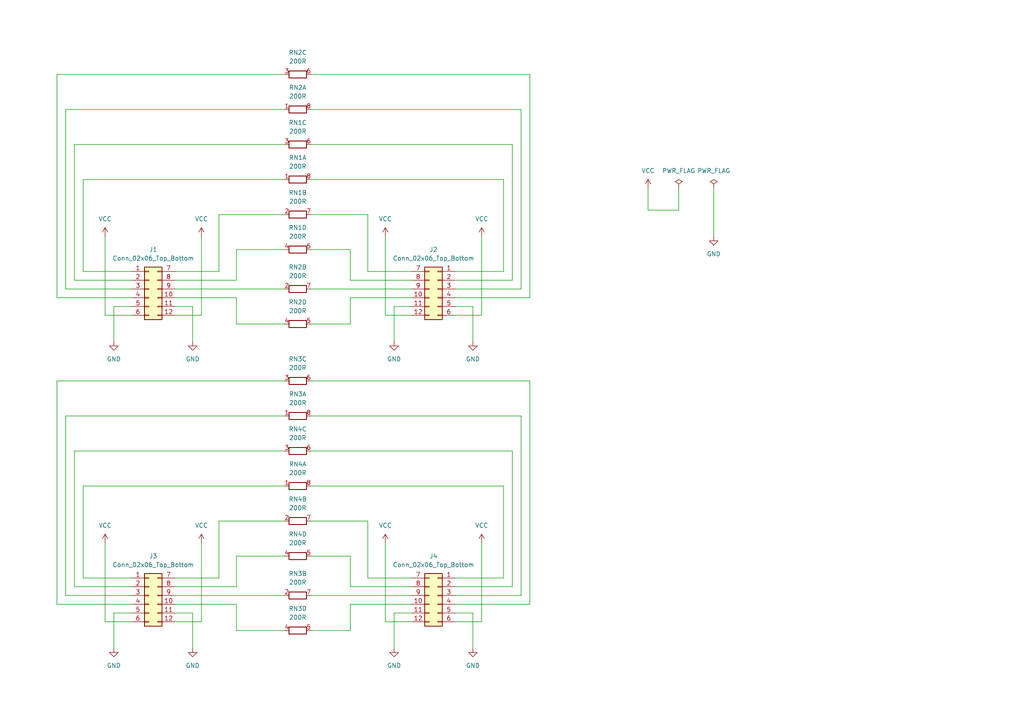
<source format=kicad_sch>
(kicad_sch (version 20211123) (generator eeschema)

  (uuid e9de1193-cbc9-4f63-9137-d1a34bf1c3a1)

  (paper "A4")

  (title_block
    (title "PMOD series resistor board")
    (date "2022-12-20")
    (rev "V1.0")
    (company "https://github.com/atoomnetmarc/PMOD-series-resistor-board")
  )

  (lib_symbols
    (symbol "Connector_Generic:Conn_02x06_Top_Bottom" (pin_names (offset 1.016) hide) (in_bom yes) (on_board yes)
      (property "Reference" "J" (id 0) (at 1.27 7.62 0)
        (effects (font (size 1.27 1.27)))
      )
      (property "Value" "Conn_02x06_Top_Bottom" (id 1) (at 1.27 -10.16 0)
        (effects (font (size 1.27 1.27)))
      )
      (property "Footprint" "" (id 2) (at 0 0 0)
        (effects (font (size 1.27 1.27)) hide)
      )
      (property "Datasheet" "~" (id 3) (at 0 0 0)
        (effects (font (size 1.27 1.27)) hide)
      )
      (property "ki_keywords" "connector" (id 4) (at 0 0 0)
        (effects (font (size 1.27 1.27)) hide)
      )
      (property "ki_description" "Generic connector, double row, 02x06, top/bottom pin numbering scheme (row 1: 1...pins_per_row, row2: pins_per_row+1 ... num_pins), script generated (kicad-library-utils/schlib/autogen/connector/)" (id 5) (at 0 0 0)
        (effects (font (size 1.27 1.27)) hide)
      )
      (property "ki_fp_filters" "Connector*:*_2x??_*" (id 6) (at 0 0 0)
        (effects (font (size 1.27 1.27)) hide)
      )
      (symbol "Conn_02x06_Top_Bottom_1_1"
        (rectangle (start -1.27 -7.493) (end 0 -7.747)
          (stroke (width 0.1524) (type default) (color 0 0 0 0))
          (fill (type none))
        )
        (rectangle (start -1.27 -4.953) (end 0 -5.207)
          (stroke (width 0.1524) (type default) (color 0 0 0 0))
          (fill (type none))
        )
        (rectangle (start -1.27 -2.413) (end 0 -2.667)
          (stroke (width 0.1524) (type default) (color 0 0 0 0))
          (fill (type none))
        )
        (rectangle (start -1.27 0.127) (end 0 -0.127)
          (stroke (width 0.1524) (type default) (color 0 0 0 0))
          (fill (type none))
        )
        (rectangle (start -1.27 2.667) (end 0 2.413)
          (stroke (width 0.1524) (type default) (color 0 0 0 0))
          (fill (type none))
        )
        (rectangle (start -1.27 5.207) (end 0 4.953)
          (stroke (width 0.1524) (type default) (color 0 0 0 0))
          (fill (type none))
        )
        (rectangle (start -1.27 6.35) (end 3.81 -8.89)
          (stroke (width 0.254) (type default) (color 0 0 0 0))
          (fill (type background))
        )
        (rectangle (start 3.81 -7.493) (end 2.54 -7.747)
          (stroke (width 0.1524) (type default) (color 0 0 0 0))
          (fill (type none))
        )
        (rectangle (start 3.81 -4.953) (end 2.54 -5.207)
          (stroke (width 0.1524) (type default) (color 0 0 0 0))
          (fill (type none))
        )
        (rectangle (start 3.81 -2.413) (end 2.54 -2.667)
          (stroke (width 0.1524) (type default) (color 0 0 0 0))
          (fill (type none))
        )
        (rectangle (start 3.81 0.127) (end 2.54 -0.127)
          (stroke (width 0.1524) (type default) (color 0 0 0 0))
          (fill (type none))
        )
        (rectangle (start 3.81 2.667) (end 2.54 2.413)
          (stroke (width 0.1524) (type default) (color 0 0 0 0))
          (fill (type none))
        )
        (rectangle (start 3.81 5.207) (end 2.54 4.953)
          (stroke (width 0.1524) (type default) (color 0 0 0 0))
          (fill (type none))
        )
        (pin passive line (at -5.08 5.08 0) (length 3.81)
          (name "Pin_1" (effects (font (size 1.27 1.27))))
          (number "1" (effects (font (size 1.27 1.27))))
        )
        (pin passive line (at 7.62 -2.54 180) (length 3.81)
          (name "Pin_10" (effects (font (size 1.27 1.27))))
          (number "10" (effects (font (size 1.27 1.27))))
        )
        (pin passive line (at 7.62 -5.08 180) (length 3.81)
          (name "Pin_11" (effects (font (size 1.27 1.27))))
          (number "11" (effects (font (size 1.27 1.27))))
        )
        (pin passive line (at 7.62 -7.62 180) (length 3.81)
          (name "Pin_12" (effects (font (size 1.27 1.27))))
          (number "12" (effects (font (size 1.27 1.27))))
        )
        (pin passive line (at -5.08 2.54 0) (length 3.81)
          (name "Pin_2" (effects (font (size 1.27 1.27))))
          (number "2" (effects (font (size 1.27 1.27))))
        )
        (pin passive line (at -5.08 0 0) (length 3.81)
          (name "Pin_3" (effects (font (size 1.27 1.27))))
          (number "3" (effects (font (size 1.27 1.27))))
        )
        (pin passive line (at -5.08 -2.54 0) (length 3.81)
          (name "Pin_4" (effects (font (size 1.27 1.27))))
          (number "4" (effects (font (size 1.27 1.27))))
        )
        (pin passive line (at -5.08 -5.08 0) (length 3.81)
          (name "Pin_5" (effects (font (size 1.27 1.27))))
          (number "5" (effects (font (size 1.27 1.27))))
        )
        (pin passive line (at -5.08 -7.62 0) (length 3.81)
          (name "Pin_6" (effects (font (size 1.27 1.27))))
          (number "6" (effects (font (size 1.27 1.27))))
        )
        (pin passive line (at 7.62 5.08 180) (length 3.81)
          (name "Pin_7" (effects (font (size 1.27 1.27))))
          (number "7" (effects (font (size 1.27 1.27))))
        )
        (pin passive line (at 7.62 2.54 180) (length 3.81)
          (name "Pin_8" (effects (font (size 1.27 1.27))))
          (number "8" (effects (font (size 1.27 1.27))))
        )
        (pin passive line (at 7.62 0 180) (length 3.81)
          (name "Pin_9" (effects (font (size 1.27 1.27))))
          (number "9" (effects (font (size 1.27 1.27))))
        )
      )
    )
    (symbol "Device:R_Pack04_Split" (pin_names (offset 0) hide) (in_bom yes) (on_board yes)
      (property "Reference" "RN" (id 0) (at 2.032 0 90)
        (effects (font (size 1.27 1.27)))
      )
      (property "Value" "R_Pack04_Split" (id 1) (at 0 0 90)
        (effects (font (size 1.27 1.27)))
      )
      (property "Footprint" "" (id 2) (at -2.032 0 90)
        (effects (font (size 1.27 1.27)) hide)
      )
      (property "Datasheet" "~" (id 3) (at 0 0 0)
        (effects (font (size 1.27 1.27)) hide)
      )
      (property "ki_keywords" "R network parallel topology isolated" (id 4) (at 0 0 0)
        (effects (font (size 1.27 1.27)) hide)
      )
      (property "ki_description" "4 resistor network, parallel topology, split" (id 5) (at 0 0 0)
        (effects (font (size 1.27 1.27)) hide)
      )
      (property "ki_fp_filters" "DIP* SOIC* R*Array*Concave* R*Array*Convex*" (id 6) (at 0 0 0)
        (effects (font (size 1.27 1.27)) hide)
      )
      (symbol "R_Pack04_Split_0_1"
        (rectangle (start 1.016 2.54) (end -1.016 -2.54)
          (stroke (width 0.254) (type default) (color 0 0 0 0))
          (fill (type none))
        )
      )
      (symbol "R_Pack04_Split_1_1"
        (pin passive line (at 0 -3.81 90) (length 1.27)
          (name "R1.1" (effects (font (size 1.27 1.27))))
          (number "1" (effects (font (size 1.27 1.27))))
        )
        (pin passive line (at 0 3.81 270) (length 1.27)
          (name "R1.2" (effects (font (size 1.27 1.27))))
          (number "8" (effects (font (size 1.27 1.27))))
        )
      )
      (symbol "R_Pack04_Split_2_1"
        (pin passive line (at 0 -3.81 90) (length 1.27)
          (name "R2.1" (effects (font (size 1.27 1.27))))
          (number "2" (effects (font (size 1.27 1.27))))
        )
        (pin passive line (at 0 3.81 270) (length 1.27)
          (name "R2.2" (effects (font (size 1.27 1.27))))
          (number "7" (effects (font (size 1.27 1.27))))
        )
      )
      (symbol "R_Pack04_Split_3_1"
        (pin passive line (at 0 -3.81 90) (length 1.27)
          (name "R3.1" (effects (font (size 1.27 1.27))))
          (number "3" (effects (font (size 1.27 1.27))))
        )
        (pin passive line (at 0 3.81 270) (length 1.27)
          (name "R3.2" (effects (font (size 1.27 1.27))))
          (number "6" (effects (font (size 1.27 1.27))))
        )
      )
      (symbol "R_Pack04_Split_4_1"
        (pin passive line (at 0 -3.81 90) (length 1.27)
          (name "R4.1" (effects (font (size 1.27 1.27))))
          (number "4" (effects (font (size 1.27 1.27))))
        )
        (pin passive line (at 0 3.81 270) (length 1.27)
          (name "R4.2" (effects (font (size 1.27 1.27))))
          (number "5" (effects (font (size 1.27 1.27))))
        )
      )
    )
    (symbol "power:GND" (power) (pin_names (offset 0)) (in_bom yes) (on_board yes)
      (property "Reference" "#PWR" (id 0) (at 0 -6.35 0)
        (effects (font (size 1.27 1.27)) hide)
      )
      (property "Value" "GND" (id 1) (at 0 -3.81 0)
        (effects (font (size 1.27 1.27)))
      )
      (property "Footprint" "" (id 2) (at 0 0 0)
        (effects (font (size 1.27 1.27)) hide)
      )
      (property "Datasheet" "" (id 3) (at 0 0 0)
        (effects (font (size 1.27 1.27)) hide)
      )
      (property "ki_keywords" "power-flag" (id 4) (at 0 0 0)
        (effects (font (size 1.27 1.27)) hide)
      )
      (property "ki_description" "Power symbol creates a global label with name \"GND\" , ground" (id 5) (at 0 0 0)
        (effects (font (size 1.27 1.27)) hide)
      )
      (symbol "GND_0_1"
        (polyline
          (pts
            (xy 0 0)
            (xy 0 -1.27)
            (xy 1.27 -1.27)
            (xy 0 -2.54)
            (xy -1.27 -1.27)
            (xy 0 -1.27)
          )
          (stroke (width 0) (type default) (color 0 0 0 0))
          (fill (type none))
        )
      )
      (symbol "GND_1_1"
        (pin power_in line (at 0 0 270) (length 0) hide
          (name "GND" (effects (font (size 1.27 1.27))))
          (number "1" (effects (font (size 1.27 1.27))))
        )
      )
    )
    (symbol "power:PWR_FLAG" (power) (pin_numbers hide) (pin_names (offset 0) hide) (in_bom yes) (on_board yes)
      (property "Reference" "#FLG" (id 0) (at 0 1.905 0)
        (effects (font (size 1.27 1.27)) hide)
      )
      (property "Value" "PWR_FLAG" (id 1) (at 0 3.81 0)
        (effects (font (size 1.27 1.27)))
      )
      (property "Footprint" "" (id 2) (at 0 0 0)
        (effects (font (size 1.27 1.27)) hide)
      )
      (property "Datasheet" "~" (id 3) (at 0 0 0)
        (effects (font (size 1.27 1.27)) hide)
      )
      (property "ki_keywords" "power-flag" (id 4) (at 0 0 0)
        (effects (font (size 1.27 1.27)) hide)
      )
      (property "ki_description" "Special symbol for telling ERC where power comes from" (id 5) (at 0 0 0)
        (effects (font (size 1.27 1.27)) hide)
      )
      (symbol "PWR_FLAG_0_0"
        (pin power_out line (at 0 0 90) (length 0)
          (name "pwr" (effects (font (size 1.27 1.27))))
          (number "1" (effects (font (size 1.27 1.27))))
        )
      )
      (symbol "PWR_FLAG_0_1"
        (polyline
          (pts
            (xy 0 0)
            (xy 0 1.27)
            (xy -1.016 1.905)
            (xy 0 2.54)
            (xy 1.016 1.905)
            (xy 0 1.27)
          )
          (stroke (width 0) (type default) (color 0 0 0 0))
          (fill (type none))
        )
      )
    )
    (symbol "power:VCC" (power) (pin_names (offset 0)) (in_bom yes) (on_board yes)
      (property "Reference" "#PWR" (id 0) (at 0 -3.81 0)
        (effects (font (size 1.27 1.27)) hide)
      )
      (property "Value" "VCC" (id 1) (at 0 3.81 0)
        (effects (font (size 1.27 1.27)))
      )
      (property "Footprint" "" (id 2) (at 0 0 0)
        (effects (font (size 1.27 1.27)) hide)
      )
      (property "Datasheet" "" (id 3) (at 0 0 0)
        (effects (font (size 1.27 1.27)) hide)
      )
      (property "ki_keywords" "power-flag" (id 4) (at 0 0 0)
        (effects (font (size 1.27 1.27)) hide)
      )
      (property "ki_description" "Power symbol creates a global label with name \"VCC\"" (id 5) (at 0 0 0)
        (effects (font (size 1.27 1.27)) hide)
      )
      (symbol "VCC_0_1"
        (polyline
          (pts
            (xy -0.762 1.27)
            (xy 0 2.54)
          )
          (stroke (width 0) (type default) (color 0 0 0 0))
          (fill (type none))
        )
        (polyline
          (pts
            (xy 0 0)
            (xy 0 2.54)
          )
          (stroke (width 0) (type default) (color 0 0 0 0))
          (fill (type none))
        )
        (polyline
          (pts
            (xy 0 2.54)
            (xy 0.762 1.27)
          )
          (stroke (width 0) (type default) (color 0 0 0 0))
          (fill (type none))
        )
      )
      (symbol "VCC_1_1"
        (pin power_in line (at 0 0 90) (length 0) hide
          (name "VCC" (effects (font (size 1.27 1.27))))
          (number "1" (effects (font (size 1.27 1.27))))
        )
      )
    )
  )


  (wire (pts (xy 21.59 41.91) (xy 21.59 81.28))
    (stroke (width 0) (type default) (color 0 0 0 0))
    (uuid 002a6e81-5123-47c9-b593-94068d5f8896)
  )
  (wire (pts (xy 101.6 93.98) (xy 90.17 93.98))
    (stroke (width 0) (type default) (color 0 0 0 0))
    (uuid 00e21f3e-372b-46ea-ab81-4ecea0575be5)
  )
  (wire (pts (xy 148.59 130.81) (xy 90.17 130.81))
    (stroke (width 0) (type default) (color 0 0 0 0))
    (uuid 029bc3b2-72ca-4cd8-b925-1d7b1c67aa4e)
  )
  (wire (pts (xy 119.38 180.34) (xy 111.76 180.34))
    (stroke (width 0) (type default) (color 0 0 0 0))
    (uuid 039aca1e-5d3d-46f5-9632-6974815e2a0d)
  )
  (wire (pts (xy 101.6 86.36) (xy 119.38 86.36))
    (stroke (width 0) (type default) (color 0 0 0 0))
    (uuid 04ffb478-9fa6-42f1-893c-a91122c50fbe)
  )
  (wire (pts (xy 101.6 175.26) (xy 119.38 175.26))
    (stroke (width 0) (type default) (color 0 0 0 0))
    (uuid 062fe210-a900-4489-ac1d-243ada45af13)
  )
  (wire (pts (xy 68.58 86.36) (xy 68.58 93.98))
    (stroke (width 0) (type default) (color 0 0 0 0))
    (uuid 0bea7835-156b-4cfe-b49a-7ca973b93225)
  )
  (wire (pts (xy 101.6 170.18) (xy 119.38 170.18))
    (stroke (width 0) (type default) (color 0 0 0 0))
    (uuid 12638b5b-0c11-42cc-aeae-d7a606238378)
  )
  (wire (pts (xy 24.13 52.07) (xy 24.13 78.74))
    (stroke (width 0) (type default) (color 0 0 0 0))
    (uuid 162ea0c4-f58b-4a94-81fa-93acc8d74563)
  )
  (wire (pts (xy 30.48 180.34) (xy 30.48 157.48))
    (stroke (width 0) (type default) (color 0 0 0 0))
    (uuid 16e0876a-1dd9-4930-b906-8691b7522d9c)
  )
  (wire (pts (xy 106.68 151.13) (xy 106.68 167.64))
    (stroke (width 0) (type default) (color 0 0 0 0))
    (uuid 171695de-243e-4028-b47d-f9b65bb3127c)
  )
  (wire (pts (xy 30.48 180.34) (xy 38.1 180.34))
    (stroke (width 0) (type default) (color 0 0 0 0))
    (uuid 1b7573c6-6f41-4fb0-93aa-e192e970ccc2)
  )
  (wire (pts (xy 207.01 54.61) (xy 207.01 68.58))
    (stroke (width 0) (type default) (color 0 0 0 0))
    (uuid 1c279429-0c38-4de7-821b-b6dba9722724)
  )
  (wire (pts (xy 132.08 175.26) (xy 153.67 175.26))
    (stroke (width 0) (type default) (color 0 0 0 0))
    (uuid 1d128aa1-3ea1-4902-969e-124f98405513)
  )
  (wire (pts (xy 16.51 86.36) (xy 38.1 86.36))
    (stroke (width 0) (type default) (color 0 0 0 0))
    (uuid 1dc5936c-65df-4f7a-8d1d-656502bc8149)
  )
  (wire (pts (xy 63.5 151.13) (xy 63.5 167.64))
    (stroke (width 0) (type default) (color 0 0 0 0))
    (uuid 1f509a26-8057-423d-93d2-7b13e951868c)
  )
  (wire (pts (xy 30.48 91.44) (xy 30.48 68.58))
    (stroke (width 0) (type default) (color 0 0 0 0))
    (uuid 1fe44d6c-9aa3-48bf-9d42-c0fbbfeb386a)
  )
  (wire (pts (xy 101.6 175.26) (xy 101.6 182.88))
    (stroke (width 0) (type default) (color 0 0 0 0))
    (uuid 204dc68a-cbe7-4c83-b669-de46ff0d0531)
  )
  (wire (pts (xy 82.55 52.07) (xy 24.13 52.07))
    (stroke (width 0) (type default) (color 0 0 0 0))
    (uuid 23a644dd-1e16-4dc1-abab-422591512902)
  )
  (wire (pts (xy 132.08 86.36) (xy 153.67 86.36))
    (stroke (width 0) (type default) (color 0 0 0 0))
    (uuid 281806af-cb80-4a8a-90f5-e56c27f5ce56)
  )
  (wire (pts (xy 101.6 182.88) (xy 90.17 182.88))
    (stroke (width 0) (type default) (color 0 0 0 0))
    (uuid 2bddd0f0-29fa-44a4-92e9-d71317a8d0e1)
  )
  (wire (pts (xy 153.67 110.49) (xy 153.67 175.26))
    (stroke (width 0) (type default) (color 0 0 0 0))
    (uuid 2d051bdb-cc21-4d55-a507-c5a144cb5e73)
  )
  (wire (pts (xy 132.08 170.18) (xy 148.59 170.18))
    (stroke (width 0) (type default) (color 0 0 0 0))
    (uuid 2ecb5387-5cce-4ad6-99b0-cf09619f79c3)
  )
  (wire (pts (xy 90.17 31.75) (xy 151.13 31.75))
    (stroke (width 0) (type default) (color 0 0 0 0))
    (uuid 3115f24c-73a1-4bd7-af7b-8817aa2b5f39)
  )
  (wire (pts (xy 119.38 177.8) (xy 114.3 177.8))
    (stroke (width 0) (type default) (color 0 0 0 0))
    (uuid 376ad446-0050-4cd2-a035-529824bc80fd)
  )
  (wire (pts (xy 146.05 78.74) (xy 146.05 52.07))
    (stroke (width 0) (type default) (color 0 0 0 0))
    (uuid 392e4b25-da1e-49b3-ac12-5d3da8134d3c)
  )
  (wire (pts (xy 55.88 88.9) (xy 55.88 99.06))
    (stroke (width 0) (type default) (color 0 0 0 0))
    (uuid 39b7eaed-7b6a-4e8e-b585-ecc4bcc7d38d)
  )
  (wire (pts (xy 50.8 81.28) (xy 68.58 81.28))
    (stroke (width 0) (type default) (color 0 0 0 0))
    (uuid 402b2773-16a6-4be2-a013-fa461da47425)
  )
  (wire (pts (xy 106.68 167.64) (xy 119.38 167.64))
    (stroke (width 0) (type default) (color 0 0 0 0))
    (uuid 4919dc55-5c7c-4f3d-996e-c4dca51e9946)
  )
  (wire (pts (xy 82.55 62.23) (xy 63.5 62.23))
    (stroke (width 0) (type default) (color 0 0 0 0))
    (uuid 4c2605bb-df78-4c3c-aacd-00e23a440fdc)
  )
  (wire (pts (xy 90.17 161.29) (xy 101.6 161.29))
    (stroke (width 0) (type default) (color 0 0 0 0))
    (uuid 4cfb4bd4-90ed-423e-bf94-a5f04b5e0d6f)
  )
  (wire (pts (xy 146.05 52.07) (xy 90.17 52.07))
    (stroke (width 0) (type default) (color 0 0 0 0))
    (uuid 4efbc3d0-1de1-4122-be99-f39b3f0d0fcd)
  )
  (wire (pts (xy 58.42 91.44) (xy 58.42 68.58))
    (stroke (width 0) (type default) (color 0 0 0 0))
    (uuid 4fef74a9-6c6f-4ffd-aab1-ca34178c6653)
  )
  (wire (pts (xy 33.02 177.8) (xy 38.1 177.8))
    (stroke (width 0) (type default) (color 0 0 0 0))
    (uuid 5273d241-770f-48aa-a719-088035d85d3c)
  )
  (wire (pts (xy 132.08 81.28) (xy 148.59 81.28))
    (stroke (width 0) (type default) (color 0 0 0 0))
    (uuid 558a73b8-721f-4e0e-9011-73e3968f67e0)
  )
  (wire (pts (xy 187.96 60.96) (xy 196.85 60.96))
    (stroke (width 0) (type default) (color 0 0 0 0))
    (uuid 5703a3ad-9097-460d-b7e5-ec9ed1ef335c)
  )
  (wire (pts (xy 106.68 78.74) (xy 119.38 78.74))
    (stroke (width 0) (type default) (color 0 0 0 0))
    (uuid 582501a0-ae2d-471b-b68d-61e03cad0a69)
  )
  (wire (pts (xy 132.08 83.82) (xy 151.13 83.82))
    (stroke (width 0) (type default) (color 0 0 0 0))
    (uuid 59537b8f-ae65-476b-b0e5-be7812d8b836)
  )
  (wire (pts (xy 30.48 91.44) (xy 38.1 91.44))
    (stroke (width 0) (type default) (color 0 0 0 0))
    (uuid 5f85ec17-bf65-4621-aa1c-16aa5e72c2d2)
  )
  (wire (pts (xy 19.05 83.82) (xy 38.1 83.82))
    (stroke (width 0) (type default) (color 0 0 0 0))
    (uuid 605c7b1e-b1e7-4d79-b94a-554360e661c5)
  )
  (wire (pts (xy 111.76 91.44) (xy 111.76 68.58))
    (stroke (width 0) (type default) (color 0 0 0 0))
    (uuid 63d43c5b-1714-4976-93bc-72995250764d)
  )
  (wire (pts (xy 50.8 177.8) (xy 55.88 177.8))
    (stroke (width 0) (type default) (color 0 0 0 0))
    (uuid 64a22b33-c194-4120-b689-2749465d3c14)
  )
  (wire (pts (xy 24.13 78.74) (xy 38.1 78.74))
    (stroke (width 0) (type default) (color 0 0 0 0))
    (uuid 6690657e-2162-426c-8011-25c3032d9489)
  )
  (wire (pts (xy 82.55 130.81) (xy 21.59 130.81))
    (stroke (width 0) (type default) (color 0 0 0 0))
    (uuid 68ee2f26-31a2-4777-b73f-a14f5c314f5d)
  )
  (wire (pts (xy 90.17 120.65) (xy 151.13 120.65))
    (stroke (width 0) (type default) (color 0 0 0 0))
    (uuid 6d3a404d-6ec3-44d2-8558-9d3596ee3d8f)
  )
  (wire (pts (xy 21.59 130.81) (xy 21.59 170.18))
    (stroke (width 0) (type default) (color 0 0 0 0))
    (uuid 6d7a0d29-9f66-4a15-a210-d42c13cad305)
  )
  (wire (pts (xy 196.85 54.61) (xy 196.85 60.96))
    (stroke (width 0) (type default) (color 0 0 0 0))
    (uuid 6e24e4ef-ce5d-444c-9d6c-5e0676a3dcd6)
  )
  (wire (pts (xy 50.8 180.34) (xy 58.42 180.34))
    (stroke (width 0) (type default) (color 0 0 0 0))
    (uuid 6f49c39e-05d5-4897-889d-23ccd0df70fc)
  )
  (wire (pts (xy 90.17 21.59) (xy 153.67 21.59))
    (stroke (width 0) (type default) (color 0 0 0 0))
    (uuid 72f79c94-55d2-441e-ace0-07680fb94306)
  )
  (wire (pts (xy 139.7 180.34) (xy 139.7 157.48))
    (stroke (width 0) (type default) (color 0 0 0 0))
    (uuid 73520415-2eba-4985-855d-9129f4701caa)
  )
  (wire (pts (xy 139.7 180.34) (xy 132.08 180.34))
    (stroke (width 0) (type default) (color 0 0 0 0))
    (uuid 759c4cc0-179d-4681-b9f0-8c36afcf85a3)
  )
  (wire (pts (xy 151.13 31.75) (xy 151.13 83.82))
    (stroke (width 0) (type default) (color 0 0 0 0))
    (uuid 760c683d-46cc-4586-b726-571d153e84a2)
  )
  (wire (pts (xy 68.58 72.39) (xy 82.55 72.39))
    (stroke (width 0) (type default) (color 0 0 0 0))
    (uuid 760e606d-42d3-485d-a607-8bcbbcb586f5)
  )
  (wire (pts (xy 90.17 83.82) (xy 119.38 83.82))
    (stroke (width 0) (type default) (color 0 0 0 0))
    (uuid 7656c3e0-49ac-46d3-90c1-001bf846423c)
  )
  (wire (pts (xy 50.8 91.44) (xy 58.42 91.44))
    (stroke (width 0) (type default) (color 0 0 0 0))
    (uuid 79c958b9-fcbb-4345-958c-c7c8f6e81738)
  )
  (wire (pts (xy 33.02 88.9) (xy 38.1 88.9))
    (stroke (width 0) (type default) (color 0 0 0 0))
    (uuid 7ad50841-27a9-4b05-8487-19d726785785)
  )
  (wire (pts (xy 68.58 182.88) (xy 82.55 182.88))
    (stroke (width 0) (type default) (color 0 0 0 0))
    (uuid 83130dbf-9c92-42bb-b871-47585d2e3bcf)
  )
  (wire (pts (xy 146.05 167.64) (xy 146.05 140.97))
    (stroke (width 0) (type default) (color 0 0 0 0))
    (uuid 8736d841-0b5b-4bdb-92b9-4fe52db3e086)
  )
  (wire (pts (xy 82.55 151.13) (xy 63.5 151.13))
    (stroke (width 0) (type default) (color 0 0 0 0))
    (uuid 8aaca20e-15a3-4116-8f48-2c7a91d29ddb)
  )
  (wire (pts (xy 50.8 86.36) (xy 68.58 86.36))
    (stroke (width 0) (type default) (color 0 0 0 0))
    (uuid 8d56235c-15ce-4062-b25d-70f742c883a1)
  )
  (wire (pts (xy 19.05 31.75) (xy 82.55 31.75))
    (stroke (width 0) (type default) (color 0 0 0 0))
    (uuid 9291c481-97aa-4f69-b49a-67b7a18d92fb)
  )
  (wire (pts (xy 21.59 170.18) (xy 38.1 170.18))
    (stroke (width 0) (type default) (color 0 0 0 0))
    (uuid 9382bab8-a0c7-44ac-9775-757fe98ead00)
  )
  (wire (pts (xy 19.05 120.65) (xy 82.55 120.65))
    (stroke (width 0) (type default) (color 0 0 0 0))
    (uuid 93ae04a4-2d86-4c16-a058-1d5eb8b8ac43)
  )
  (wire (pts (xy 106.68 62.23) (xy 106.68 78.74))
    (stroke (width 0) (type default) (color 0 0 0 0))
    (uuid 96ebfaa6-21c4-4d8e-b333-9197d6db8c9e)
  )
  (wire (pts (xy 16.51 175.26) (xy 16.51 110.49))
    (stroke (width 0) (type default) (color 0 0 0 0))
    (uuid 96ff4dc9-db27-474d-8d9b-6423f916f4e0)
  )
  (wire (pts (xy 148.59 41.91) (xy 90.17 41.91))
    (stroke (width 0) (type default) (color 0 0 0 0))
    (uuid 99ae9fe6-d885-4953-a128-2917fce62ded)
  )
  (wire (pts (xy 151.13 120.65) (xy 151.13 172.72))
    (stroke (width 0) (type default) (color 0 0 0 0))
    (uuid 9ab4bc6f-0995-4c31-bbba-2e6a0b509f3f)
  )
  (wire (pts (xy 137.16 88.9) (xy 132.08 88.9))
    (stroke (width 0) (type default) (color 0 0 0 0))
    (uuid 9bb2b139-0d7a-44d1-9912-fb9332b06e38)
  )
  (wire (pts (xy 63.5 78.74) (xy 50.8 78.74))
    (stroke (width 0) (type default) (color 0 0 0 0))
    (uuid 9e04a111-2a14-4cca-9f23-7c901714c829)
  )
  (wire (pts (xy 19.05 172.72) (xy 19.05 120.65))
    (stroke (width 0) (type default) (color 0 0 0 0))
    (uuid 9fd6114e-0faf-4418-9d74-36a921ce86ce)
  )
  (wire (pts (xy 68.58 161.29) (xy 82.55 161.29))
    (stroke (width 0) (type default) (color 0 0 0 0))
    (uuid a03ab5ab-ad08-4718-8d41-a26577039c5f)
  )
  (wire (pts (xy 90.17 151.13) (xy 106.68 151.13))
    (stroke (width 0) (type default) (color 0 0 0 0))
    (uuid a0f0e0bd-686d-4a5a-8dcb-fb9111a2a258)
  )
  (wire (pts (xy 137.16 88.9) (xy 137.16 99.06))
    (stroke (width 0) (type default) (color 0 0 0 0))
    (uuid a27eaeab-5bd3-403a-ab80-04cdf6759c5f)
  )
  (wire (pts (xy 146.05 140.97) (xy 90.17 140.97))
    (stroke (width 0) (type default) (color 0 0 0 0))
    (uuid a4726b9a-5ba1-4973-b1a6-e046ee9df0e6)
  )
  (wire (pts (xy 63.5 62.23) (xy 63.5 78.74))
    (stroke (width 0) (type default) (color 0 0 0 0))
    (uuid a481f0a0-caef-4b06-b74a-60ad8471bfb0)
  )
  (wire (pts (xy 50.8 175.26) (xy 68.58 175.26))
    (stroke (width 0) (type default) (color 0 0 0 0))
    (uuid a5166668-b58b-4960-9b8e-dfabbccc6938)
  )
  (wire (pts (xy 68.58 170.18) (xy 68.58 161.29))
    (stroke (width 0) (type default) (color 0 0 0 0))
    (uuid a8a89588-f43f-46d8-80ff-b05d7d259002)
  )
  (wire (pts (xy 101.6 161.29) (xy 101.6 170.18))
    (stroke (width 0) (type default) (color 0 0 0 0))
    (uuid a9461ea6-9d0d-4cab-a06b-0d409920ce67)
  )
  (wire (pts (xy 111.76 180.34) (xy 111.76 157.48))
    (stroke (width 0) (type default) (color 0 0 0 0))
    (uuid ac4028e7-3723-4fa4-9bc7-421aad7334f7)
  )
  (wire (pts (xy 24.13 167.64) (xy 38.1 167.64))
    (stroke (width 0) (type default) (color 0 0 0 0))
    (uuid b030e0b3-b649-4323-aafb-34622a81ad1d)
  )
  (wire (pts (xy 68.58 93.98) (xy 82.55 93.98))
    (stroke (width 0) (type default) (color 0 0 0 0))
    (uuid b172803c-18ec-4d9d-ab4b-4b08ae9514f7)
  )
  (wire (pts (xy 148.59 81.28) (xy 148.59 41.91))
    (stroke (width 0) (type default) (color 0 0 0 0))
    (uuid b2106af4-db74-4866-9aa3-2ddba5720276)
  )
  (wire (pts (xy 33.02 88.9) (xy 33.02 99.06))
    (stroke (width 0) (type default) (color 0 0 0 0))
    (uuid b2c981b0-5247-4eca-8ffe-93b82946ca8c)
  )
  (wire (pts (xy 82.55 41.91) (xy 21.59 41.91))
    (stroke (width 0) (type default) (color 0 0 0 0))
    (uuid b32033e2-40c0-43b6-8f48-326244accf07)
  )
  (wire (pts (xy 50.8 172.72) (xy 82.55 172.72))
    (stroke (width 0) (type default) (color 0 0 0 0))
    (uuid b6776327-0577-4758-ad7e-d6706f014dc0)
  )
  (wire (pts (xy 137.16 177.8) (xy 132.08 177.8))
    (stroke (width 0) (type default) (color 0 0 0 0))
    (uuid b6869e00-15b8-461c-bd27-1f776632242a)
  )
  (wire (pts (xy 137.16 177.8) (xy 137.16 187.96))
    (stroke (width 0) (type default) (color 0 0 0 0))
    (uuid baefe3b0-9dc6-4096-955e-46c4a97def2f)
  )
  (wire (pts (xy 153.67 21.59) (xy 153.67 86.36))
    (stroke (width 0) (type default) (color 0 0 0 0))
    (uuid bb199af3-92d5-45aa-94ea-4d056be6659c)
  )
  (wire (pts (xy 90.17 62.23) (xy 106.68 62.23))
    (stroke (width 0) (type default) (color 0 0 0 0))
    (uuid bc1338c8-ec26-48ec-aca2-fbad4247203f)
  )
  (wire (pts (xy 119.38 91.44) (xy 111.76 91.44))
    (stroke (width 0) (type default) (color 0 0 0 0))
    (uuid bd0b8da8-3e23-4b4b-bde2-52ef9c43876a)
  )
  (wire (pts (xy 132.08 172.72) (xy 151.13 172.72))
    (stroke (width 0) (type default) (color 0 0 0 0))
    (uuid c460a43d-16ee-408f-bc26-186eafe21d58)
  )
  (wire (pts (xy 50.8 170.18) (xy 68.58 170.18))
    (stroke (width 0) (type default) (color 0 0 0 0))
    (uuid c4c605cb-6ea7-4eaa-8902-e76250e2c174)
  )
  (wire (pts (xy 50.8 83.82) (xy 82.55 83.82))
    (stroke (width 0) (type default) (color 0 0 0 0))
    (uuid c4fdd90e-d901-41d1-b3a9-6766e5249c0e)
  )
  (wire (pts (xy 21.59 81.28) (xy 38.1 81.28))
    (stroke (width 0) (type default) (color 0 0 0 0))
    (uuid c621639c-5f5a-4d37-afba-600e2635d965)
  )
  (wire (pts (xy 90.17 110.49) (xy 153.67 110.49))
    (stroke (width 0) (type default) (color 0 0 0 0))
    (uuid c8bf4379-e569-42f3-a640-b84dbaa85041)
  )
  (wire (pts (xy 139.7 91.44) (xy 139.7 68.58))
    (stroke (width 0) (type default) (color 0 0 0 0))
    (uuid c8f8bd5c-901b-4cab-81f5-a90d7a4122b8)
  )
  (wire (pts (xy 16.51 86.36) (xy 16.51 21.59))
    (stroke (width 0) (type default) (color 0 0 0 0))
    (uuid cae919be-d568-43d6-ae66-94e5b660376b)
  )
  (wire (pts (xy 24.13 140.97) (xy 24.13 167.64))
    (stroke (width 0) (type default) (color 0 0 0 0))
    (uuid caf86f6a-83b4-4589-bf61-37a20c189cb4)
  )
  (wire (pts (xy 119.38 88.9) (xy 114.3 88.9))
    (stroke (width 0) (type default) (color 0 0 0 0))
    (uuid cd7e27f6-b94b-47dd-a515-6aa6c019595f)
  )
  (wire (pts (xy 16.51 21.59) (xy 82.55 21.59))
    (stroke (width 0) (type default) (color 0 0 0 0))
    (uuid d289edee-7ca4-413c-b016-2abafa0e3a00)
  )
  (wire (pts (xy 187.96 54.61) (xy 187.96 60.96))
    (stroke (width 0) (type default) (color 0 0 0 0))
    (uuid d3c14e04-4da1-4226-a02b-9bb387fa6520)
  )
  (wire (pts (xy 19.05 172.72) (xy 38.1 172.72))
    (stroke (width 0) (type default) (color 0 0 0 0))
    (uuid d40cd855-9a2a-445e-ba47-6e6bfddac8e8)
  )
  (wire (pts (xy 58.42 180.34) (xy 58.42 157.48))
    (stroke (width 0) (type default) (color 0 0 0 0))
    (uuid d4605db0-f92f-48ed-a00b-d54591799f65)
  )
  (wire (pts (xy 90.17 72.39) (xy 101.6 72.39))
    (stroke (width 0) (type default) (color 0 0 0 0))
    (uuid d6118441-4540-495c-a613-247c905e7df6)
  )
  (wire (pts (xy 19.05 83.82) (xy 19.05 31.75))
    (stroke (width 0) (type default) (color 0 0 0 0))
    (uuid d838de71-3868-4015-9712-b8489b6ea7d3)
  )
  (wire (pts (xy 16.51 110.49) (xy 82.55 110.49))
    (stroke (width 0) (type default) (color 0 0 0 0))
    (uuid d8991d05-cc4c-4612-8c82-dfc3ee9b24ac)
  )
  (wire (pts (xy 33.02 177.8) (xy 33.02 187.96))
    (stroke (width 0) (type default) (color 0 0 0 0))
    (uuid ddece819-7d57-4717-a242-4134c67f2020)
  )
  (wire (pts (xy 101.6 72.39) (xy 101.6 81.28))
    (stroke (width 0) (type default) (color 0 0 0 0))
    (uuid df225af9-1f20-4fb6-ad5a-2101bb542f18)
  )
  (wire (pts (xy 101.6 81.28) (xy 119.38 81.28))
    (stroke (width 0) (type default) (color 0 0 0 0))
    (uuid df8d5fb8-6182-4f56-91e7-0642f7fd4bea)
  )
  (wire (pts (xy 63.5 167.64) (xy 50.8 167.64))
    (stroke (width 0) (type default) (color 0 0 0 0))
    (uuid e1d8558a-6c4e-4419-be47-3877e4ad18e7)
  )
  (wire (pts (xy 68.58 81.28) (xy 68.58 72.39))
    (stroke (width 0) (type default) (color 0 0 0 0))
    (uuid e2d21399-817f-4656-a31f-3f3a5be2f98e)
  )
  (wire (pts (xy 82.55 140.97) (xy 24.13 140.97))
    (stroke (width 0) (type default) (color 0 0 0 0))
    (uuid e8c70b1b-4b9c-4eaf-99fa-0fd801f263e9)
  )
  (wire (pts (xy 146.05 167.64) (xy 132.08 167.64))
    (stroke (width 0) (type default) (color 0 0 0 0))
    (uuid e9566a0a-f6df-4670-baf3-e48806ee51af)
  )
  (wire (pts (xy 55.88 177.8) (xy 55.88 187.96))
    (stroke (width 0) (type default) (color 0 0 0 0))
    (uuid eb1c5219-32aa-4af9-91c8-ea067d60337b)
  )
  (wire (pts (xy 146.05 78.74) (xy 132.08 78.74))
    (stroke (width 0) (type default) (color 0 0 0 0))
    (uuid f2ce8f60-4416-42e8-804e-316553d6ba35)
  )
  (wire (pts (xy 139.7 91.44) (xy 132.08 91.44))
    (stroke (width 0) (type default) (color 0 0 0 0))
    (uuid f4025569-5fbd-4d1b-84af-3b79c2b102b3)
  )
  (wire (pts (xy 148.59 170.18) (xy 148.59 130.81))
    (stroke (width 0) (type default) (color 0 0 0 0))
    (uuid f72736c5-7091-48e6-8400-3125271f92df)
  )
  (wire (pts (xy 90.17 172.72) (xy 119.38 172.72))
    (stroke (width 0) (type default) (color 0 0 0 0))
    (uuid f7d5e45e-6486-48be-bb2e-3531b9b6f9f5)
  )
  (wire (pts (xy 114.3 88.9) (xy 114.3 99.06))
    (stroke (width 0) (type default) (color 0 0 0 0))
    (uuid f7dfcad5-0c6a-4b60-9fb2-563b919a719a)
  )
  (wire (pts (xy 16.51 175.26) (xy 38.1 175.26))
    (stroke (width 0) (type default) (color 0 0 0 0))
    (uuid f9019084-c26f-48b4-84f3-8fd103052dd3)
  )
  (wire (pts (xy 68.58 175.26) (xy 68.58 182.88))
    (stroke (width 0) (type default) (color 0 0 0 0))
    (uuid f9edd308-9732-40b2-a52c-94fdcc35af7d)
  )
  (wire (pts (xy 101.6 86.36) (xy 101.6 93.98))
    (stroke (width 0) (type default) (color 0 0 0 0))
    (uuid fa8b6dac-a998-4064-b6c0-53dbb8c6d587)
  )
  (wire (pts (xy 114.3 177.8) (xy 114.3 187.96))
    (stroke (width 0) (type default) (color 0 0 0 0))
    (uuid fb03541c-4cc3-405b-ad27-4523b4dcc859)
  )
  (wire (pts (xy 50.8 88.9) (xy 55.88 88.9))
    (stroke (width 0) (type default) (color 0 0 0 0))
    (uuid ff9ee7fc-c119-4df3-bcb5-6312dfd0f6c1)
  )

  (symbol (lib_id "power:VCC") (at 58.42 68.58 0) (unit 1)
    (in_bom yes) (on_board yes) (fields_autoplaced)
    (uuid 0ac4a5be-28e8-46c1-a750-12811c1826ea)
    (property "Reference" "#PWR04" (id 0) (at 58.42 72.39 0)
      (effects (font (size 1.27 1.27)) hide)
    )
    (property "Value" "VCC" (id 1) (at 58.42 63.5 0))
    (property "Footprint" "" (id 2) (at 58.42 68.58 0)
      (effects (font (size 1.27 1.27)) hide)
    )
    (property "Datasheet" "" (id 3) (at 58.42 68.58 0)
      (effects (font (size 1.27 1.27)) hide)
    )
    (pin "1" (uuid 234292f0-dda5-4ea6-92f0-e2284fa76a59))
  )

  (symbol (lib_id "power:PWR_FLAG") (at 207.01 54.61 0) (unit 1)
    (in_bom yes) (on_board yes) (fields_autoplaced)
    (uuid 0f094452-5b2f-4fa3-afc8-9fb5e423e373)
    (property "Reference" "#FLG0102" (id 0) (at 207.01 52.705 0)
      (effects (font (size 1.27 1.27)) hide)
    )
    (property "Value" "PWR_FLAG" (id 1) (at 207.01 49.53 0))
    (property "Footprint" "" (id 2) (at 207.01 54.61 0)
      (effects (font (size 1.27 1.27)) hide)
    )
    (property "Datasheet" "~" (id 3) (at 207.01 54.61 0)
      (effects (font (size 1.27 1.27)) hide)
    )
    (pin "1" (uuid e19c6891-3350-4ecd-895c-19a50e0b9958))
  )

  (symbol (lib_id "Connector_Generic:Conn_02x06_Top_Bottom") (at 43.18 83.82 0) (unit 1)
    (in_bom yes) (on_board yes) (fields_autoplaced)
    (uuid 19c0ff03-9ef8-46c0-877e-4e8ab9b074ef)
    (property "Reference" "J1" (id 0) (at 44.45 72.39 0))
    (property "Value" "Conn_02x06_Top_Bottom" (id 1) (at 44.45 74.93 0))
    (property "Footprint" "Connector_PinHeader_2.54mm-extra:PinHeader_2x06_P2.54mm_Horizontal_Top_Bottom" (id 2) (at 43.18 83.82 0)
      (effects (font (size 1.27 1.27)) hide)
    )
    (property "Datasheet" "~" (id 3) (at 43.18 83.82 0)
      (effects (font (size 1.27 1.27)) hide)
    )
    (pin "1" (uuid 190d1afc-14f4-413d-ac2d-42a91084b211))
    (pin "10" (uuid 18a76153-0f44-46ab-9216-17e9376af4dc))
    (pin "11" (uuid afdc90cb-4c26-41e8-beaf-84d302364dd4))
    (pin "12" (uuid 5fbc2489-b320-4d78-b7c1-2a3ded641e91))
    (pin "2" (uuid 667d4948-1813-45cc-92ca-f3788b7c3731))
    (pin "3" (uuid bc417cc9-234c-4885-8281-75264ca7e798))
    (pin "4" (uuid c37c4f0a-11f6-4d3c-9749-79d0ae20e794))
    (pin "5" (uuid be56bfcf-71d2-4f84-a70d-b644d466fb0d))
    (pin "6" (uuid 7a292e92-35cf-4861-a73a-a6e287a839c8))
    (pin "7" (uuid b992d978-7bff-4c53-8f96-19809b5a4688))
    (pin "8" (uuid 9b710a05-fd84-4bee-941a-6009a04af5d9))
    (pin "9" (uuid 4961051b-11b5-4793-a176-1df2339a0583))
  )

  (symbol (lib_id "Device:R_Pack04_Split") (at 86.36 130.81 270) (unit 3)
    (in_bom yes) (on_board yes) (fields_autoplaced)
    (uuid 1c1c95f7-7d95-4074-acfa-39176388ab8d)
    (property "Reference" "RN4" (id 0) (at 86.36 124.46 90))
    (property "Value" "200R" (id 1) (at 86.36 127 90))
    (property "Footprint" "Resistor_SMD:R_Array_Convex_4x0603" (id 2) (at 86.36 128.778 90)
      (effects (font (size 1.27 1.27)) hide)
    )
    (property "Datasheet" "~" (id 3) (at 86.36 130.81 0)
      (effects (font (size 1.27 1.27)) hide)
    )
    (pin "1" (uuid 2f7a669c-a2a9-4284-a32e-767cfb42cfd0))
    (pin "8" (uuid e2d3ccbe-b963-4676-9708-735d9a7f4e47))
    (pin "2" (uuid f43f2c7a-c7c7-4507-876e-d0f35cc1e255))
    (pin "7" (uuid f05d69e9-6f93-47a6-bcf0-37485c5aac9a))
    (pin "3" (uuid d5a12704-76c5-4027-9a82-167da69b9168))
    (pin "6" (uuid 1736af26-2335-4b68-9249-d0b694b40636))
    (pin "4" (uuid e4807aef-e163-420d-9510-16a5bc635cd4))
    (pin "5" (uuid 7ebc1782-a336-4f2b-955a-310a8ae1ffe0))
  )

  (symbol (lib_id "power:GND") (at 114.3 187.96 0) (mirror y) (unit 1)
    (in_bom yes) (on_board yes) (fields_autoplaced)
    (uuid 1ece294b-b855-48bd-b749-6dc575e4c4dc)
    (property "Reference" "#PWR0101" (id 0) (at 114.3 194.31 0)
      (effects (font (size 1.27 1.27)) hide)
    )
    (property "Value" "GND" (id 1) (at 114.3 193.04 0))
    (property "Footprint" "" (id 2) (at 114.3 187.96 0)
      (effects (font (size 1.27 1.27)) hide)
    )
    (property "Datasheet" "" (id 3) (at 114.3 187.96 0)
      (effects (font (size 1.27 1.27)) hide)
    )
    (pin "1" (uuid fde852d0-6284-4b62-ad2c-f0d75ac37607))
  )

  (symbol (lib_id "power:GND") (at 55.88 99.06 0) (unit 1)
    (in_bom yes) (on_board yes) (fields_autoplaced)
    (uuid 2f6842f9-8ee9-483c-9fea-bc522ec26dbe)
    (property "Reference" "#PWR03" (id 0) (at 55.88 105.41 0)
      (effects (font (size 1.27 1.27)) hide)
    )
    (property "Value" "GND" (id 1) (at 55.88 104.14 0))
    (property "Footprint" "" (id 2) (at 55.88 99.06 0)
      (effects (font (size 1.27 1.27)) hide)
    )
    (property "Datasheet" "" (id 3) (at 55.88 99.06 0)
      (effects (font (size 1.27 1.27)) hide)
    )
    (pin "1" (uuid 41641235-fc04-4ab3-b9c5-042379818f3c))
  )

  (symbol (lib_id "power:GND") (at 137.16 187.96 0) (mirror y) (unit 1)
    (in_bom yes) (on_board yes) (fields_autoplaced)
    (uuid 3445e364-eb68-40c2-a708-c78ec9fea131)
    (property "Reference" "#PWR0108" (id 0) (at 137.16 194.31 0)
      (effects (font (size 1.27 1.27)) hide)
    )
    (property "Value" "GND" (id 1) (at 137.16 193.04 0))
    (property "Footprint" "" (id 2) (at 137.16 187.96 0)
      (effects (font (size 1.27 1.27)) hide)
    )
    (property "Datasheet" "" (id 3) (at 137.16 187.96 0)
      (effects (font (size 1.27 1.27)) hide)
    )
    (pin "1" (uuid 86b2bac0-6c13-4fd9-8067-16b838bd5ff5))
  )

  (symbol (lib_id "Device:R_Pack04_Split") (at 86.36 52.07 270) (unit 1)
    (in_bom yes) (on_board yes) (fields_autoplaced)
    (uuid 3608c80a-0714-41f8-81e6-972b4fd67358)
    (property "Reference" "RN1" (id 0) (at 86.36 45.72 90))
    (property "Value" "200R" (id 1) (at 86.36 48.26 90))
    (property "Footprint" "Resistor_SMD:R_Array_Convex_4x0603" (id 2) (at 86.36 50.038 90)
      (effects (font (size 1.27 1.27)) hide)
    )
    (property "Datasheet" "~" (id 3) (at 86.36 52.07 0)
      (effects (font (size 1.27 1.27)) hide)
    )
    (pin "1" (uuid 3d6bd7cb-8a6c-4ff2-ba8d-9246dc338c1d))
    (pin "8" (uuid b7535b83-8a51-4828-a2e5-ce6992aded4a))
    (pin "2" (uuid c3867a81-b049-4763-a0a6-e00b186d78c4))
    (pin "7" (uuid d403f417-7097-40cb-8c11-b14185990c5a))
    (pin "3" (uuid e70945a7-61aa-4b5f-902e-8ac8550c49ef))
    (pin "6" (uuid e3d2bed2-55e4-4b88-922b-a2c41961f171))
    (pin "4" (uuid 233d9587-237a-4a1b-8803-17e5097ce83c))
    (pin "5" (uuid a0c7dc63-fa3f-46d4-af9f-095fbe447bd0))
  )

  (symbol (lib_id "power:PWR_FLAG") (at 196.85 54.61 0) (unit 1)
    (in_bom yes) (on_board yes) (fields_autoplaced)
    (uuid 3bd3f018-19ba-4cd1-9412-9b0949968f51)
    (property "Reference" "#FLG0101" (id 0) (at 196.85 52.705 0)
      (effects (font (size 1.27 1.27)) hide)
    )
    (property "Value" "PWR_FLAG" (id 1) (at 196.85 49.53 0))
    (property "Footprint" "" (id 2) (at 196.85 54.61 0)
      (effects (font (size 1.27 1.27)) hide)
    )
    (property "Datasheet" "~" (id 3) (at 196.85 54.61 0)
      (effects (font (size 1.27 1.27)) hide)
    )
    (pin "1" (uuid ed88c415-7d19-4b33-bbda-fd0c266980b2))
  )

  (symbol (lib_id "power:GND") (at 33.02 99.06 0) (unit 1)
    (in_bom yes) (on_board yes) (fields_autoplaced)
    (uuid 42005fbe-98e1-40af-be8f-2869a1dc743f)
    (property "Reference" "#PWR02" (id 0) (at 33.02 105.41 0)
      (effects (font (size 1.27 1.27)) hide)
    )
    (property "Value" "GND" (id 1) (at 33.02 104.14 0))
    (property "Footprint" "" (id 2) (at 33.02 99.06 0)
      (effects (font (size 1.27 1.27)) hide)
    )
    (property "Datasheet" "" (id 3) (at 33.02 99.06 0)
      (effects (font (size 1.27 1.27)) hide)
    )
    (pin "1" (uuid f44522ac-b92f-4bd1-8b97-9d5a1b8347ea))
  )

  (symbol (lib_id "Device:R_Pack04_Split") (at 86.36 62.23 270) (unit 2)
    (in_bom yes) (on_board yes) (fields_autoplaced)
    (uuid 4400df2a-511c-4e67-aa08-aa1f025ba22c)
    (property "Reference" "RN1" (id 0) (at 86.36 55.88 90))
    (property "Value" "200R" (id 1) (at 86.36 58.42 90))
    (property "Footprint" "Resistor_SMD:R_Array_Convex_4x0603" (id 2) (at 86.36 60.198 90)
      (effects (font (size 1.27 1.27)) hide)
    )
    (property "Datasheet" "~" (id 3) (at 86.36 62.23 0)
      (effects (font (size 1.27 1.27)) hide)
    )
    (pin "1" (uuid 66555f7c-e552-4130-a848-a4d9e5d64127))
    (pin "8" (uuid 8e7d5121-6076-4a88-9aee-74fd0dbe4bac))
    (pin "2" (uuid 3b6001e3-12af-45bd-ad4c-d280625b9048))
    (pin "7" (uuid d5647a82-c078-44fa-a3a2-b2e47d747695))
    (pin "3" (uuid e63371a4-ea67-4845-b197-870f66daa649))
    (pin "6" (uuid 556bb14e-97d6-40aa-83f7-f75566a00e7d))
    (pin "4" (uuid 0b34478f-b73f-4b8c-b3a4-ee1f4c2dcefb))
    (pin "5" (uuid fb8d9fd2-cc3d-4fb9-bd41-2e3c6456892e))
  )

  (symbol (lib_id "Device:R_Pack04_Split") (at 86.36 72.39 270) (unit 4)
    (in_bom yes) (on_board yes) (fields_autoplaced)
    (uuid 4db9e1ea-6ea5-4b89-ba1f-c06f53b3d861)
    (property "Reference" "RN1" (id 0) (at 86.36 66.04 90))
    (property "Value" "200R" (id 1) (at 86.36 68.58 90))
    (property "Footprint" "Resistor_SMD:R_Array_Convex_4x0603" (id 2) (at 86.36 70.358 90)
      (effects (font (size 1.27 1.27)) hide)
    )
    (property "Datasheet" "~" (id 3) (at 86.36 72.39 0)
      (effects (font (size 1.27 1.27)) hide)
    )
    (pin "1" (uuid 62d6aa93-a54f-4ec3-b7a4-b0ddedbb8fc4))
    (pin "8" (uuid 7b8d6a7b-19ea-4c59-bada-b727a8350d95))
    (pin "2" (uuid 5454d6b7-0d0d-4bcf-a8eb-7d361715db17))
    (pin "7" (uuid 9f260854-0ee9-48df-999a-ba8e1111195a))
    (pin "3" (uuid 9331e87f-ed5c-42c5-ab8d-96afcaad0c5e))
    (pin "6" (uuid 984f7977-916f-46e1-b971-87d715ee3a24))
    (pin "4" (uuid 346f597d-5176-4a18-a24c-930d3c273af0))
    (pin "5" (uuid 4e5ea01a-5eb6-42b4-9fb3-611817ddfb75))
  )

  (symbol (lib_id "Device:R_Pack04_Split") (at 86.36 140.97 270) (unit 1)
    (in_bom yes) (on_board yes) (fields_autoplaced)
    (uuid 4dfa6e7c-216a-4c48-a486-a4132a2841ab)
    (property "Reference" "RN4" (id 0) (at 86.36 134.62 90))
    (property "Value" "200R" (id 1) (at 86.36 137.16 90))
    (property "Footprint" "Resistor_SMD:R_Array_Convex_4x0603" (id 2) (at 86.36 138.938 90)
      (effects (font (size 1.27 1.27)) hide)
    )
    (property "Datasheet" "~" (id 3) (at 86.36 140.97 0)
      (effects (font (size 1.27 1.27)) hide)
    )
    (pin "1" (uuid f6c65b53-fb11-4ff7-9552-6f34ec682d4e))
    (pin "8" (uuid 74078154-2ddd-42b8-bb60-bcf0f54c5f9e))
    (pin "2" (uuid c3867a81-b049-4763-a0a6-e00b186d78c4))
    (pin "7" (uuid d403f417-7097-40cb-8c11-b14185990c5a))
    (pin "3" (uuid e70945a7-61aa-4b5f-902e-8ac8550c49ef))
    (pin "6" (uuid e3d2bed2-55e4-4b88-922b-a2c41961f171))
    (pin "4" (uuid 233d9587-237a-4a1b-8803-17e5097ce83c))
    (pin "5" (uuid a0c7dc63-fa3f-46d4-af9f-095fbe447bd0))
  )

  (symbol (lib_id "Device:R_Pack04_Split") (at 86.36 31.75 270) (unit 1)
    (in_bom yes) (on_board yes) (fields_autoplaced)
    (uuid 60d6b3f4-10b0-4c68-8544-3ce76892992b)
    (property "Reference" "RN2" (id 0) (at 86.36 25.4 90))
    (property "Value" "200R" (id 1) (at 86.36 27.94 90))
    (property "Footprint" "Resistor_SMD:R_Array_Convex_4x0603" (id 2) (at 86.36 29.718 90)
      (effects (font (size 1.27 1.27)) hide)
    )
    (property "Datasheet" "~" (id 3) (at 86.36 31.75 0)
      (effects (font (size 1.27 1.27)) hide)
    )
    (pin "1" (uuid 51a2520b-fb66-4bf7-a563-3704c19bd6e2))
    (pin "8" (uuid cc41dc98-59ad-42aa-a96a-3dfecff2d664))
    (pin "2" (uuid c3867a81-b049-4763-a0a6-e00b186d78c4))
    (pin "7" (uuid d403f417-7097-40cb-8c11-b14185990c5a))
    (pin "3" (uuid e70945a7-61aa-4b5f-902e-8ac8550c49ef))
    (pin "6" (uuid e3d2bed2-55e4-4b88-922b-a2c41961f171))
    (pin "4" (uuid 233d9587-237a-4a1b-8803-17e5097ce83c))
    (pin "5" (uuid a0c7dc63-fa3f-46d4-af9f-095fbe447bd0))
  )

  (symbol (lib_id "power:VCC") (at 139.7 157.48 0) (unit 1)
    (in_bom yes) (on_board yes) (fields_autoplaced)
    (uuid 6e4e37c9-39df-4f0b-a9d1-2faac361b119)
    (property "Reference" "#PWR0106" (id 0) (at 139.7 161.29 0)
      (effects (font (size 1.27 1.27)) hide)
    )
    (property "Value" "VCC" (id 1) (at 139.7 152.4 0))
    (property "Footprint" "" (id 2) (at 139.7 157.48 0)
      (effects (font (size 1.27 1.27)) hide)
    )
    (property "Datasheet" "" (id 3) (at 139.7 157.48 0)
      (effects (font (size 1.27 1.27)) hide)
    )
    (pin "1" (uuid 80d079a9-302b-48d4-b085-8226216247ee))
  )

  (symbol (lib_id "Connector_Generic:Conn_02x06_Top_Bottom") (at 43.18 172.72 0) (unit 1)
    (in_bom yes) (on_board yes) (fields_autoplaced)
    (uuid 70e75c08-f928-4edd-8f05-3e567af3bfaa)
    (property "Reference" "J3" (id 0) (at 44.45 161.29 0))
    (property "Value" "Conn_02x06_Top_Bottom" (id 1) (at 44.45 163.83 0))
    (property "Footprint" "Connector_PinHeader_2.54mm-extra:PinHeader_2x06_P2.54mm_Horizontal_Top_Bottom" (id 2) (at 43.18 172.72 0)
      (effects (font (size 1.27 1.27)) hide)
    )
    (property "Datasheet" "~" (id 3) (at 43.18 172.72 0)
      (effects (font (size 1.27 1.27)) hide)
    )
    (pin "1" (uuid df231b9f-e547-4c16-8141-c2f53d1a6204))
    (pin "10" (uuid 72c3e4f9-4a62-43e0-a4fc-2ad3de97afed))
    (pin "11" (uuid ed5c8bd0-3ff4-4755-8993-d682baf66206))
    (pin "12" (uuid b0c29fa3-d8ec-4a37-a4c6-ead0e03e9984))
    (pin "2" (uuid 2c5acae1-4b62-41dd-a311-4cde5cb50967))
    (pin "3" (uuid ec3b9cbc-247b-40ab-92fc-869228b9990e))
    (pin "4" (uuid c112fb77-8afd-43dd-8e98-b2a246442542))
    (pin "5" (uuid c7763a64-7e46-4932-94f7-81ef134e0f5d))
    (pin "6" (uuid 6b5caf73-7dc1-4b26-8dc6-6eb3d0532140))
    (pin "7" (uuid 7fb8792f-63a8-42d1-96c0-92a9ce4574ee))
    (pin "8" (uuid 13c5f04a-0054-426f-9294-47a6a76db955))
    (pin "9" (uuid 31bd66d5-d7ec-4dca-bec7-acf8958b3e83))
  )

  (symbol (lib_id "power:GND") (at 33.02 187.96 0) (unit 1)
    (in_bom yes) (on_board yes) (fields_autoplaced)
    (uuid 85c8963c-0001-46f5-867d-2b0ed3468c99)
    (property "Reference" "#PWR0102" (id 0) (at 33.02 194.31 0)
      (effects (font (size 1.27 1.27)) hide)
    )
    (property "Value" "GND" (id 1) (at 33.02 193.04 0))
    (property "Footprint" "" (id 2) (at 33.02 187.96 0)
      (effects (font (size 1.27 1.27)) hide)
    )
    (property "Datasheet" "" (id 3) (at 33.02 187.96 0)
      (effects (font (size 1.27 1.27)) hide)
    )
    (pin "1" (uuid e595955a-9923-4cb2-9924-f7fb6d5b8b06))
  )

  (symbol (lib_id "power:VCC") (at 139.7 68.58 0) (unit 1)
    (in_bom yes) (on_board yes) (fields_autoplaced)
    (uuid 8980ec66-3f25-4743-a180-7398d902b167)
    (property "Reference" "#PWR08" (id 0) (at 139.7 72.39 0)
      (effects (font (size 1.27 1.27)) hide)
    )
    (property "Value" "VCC" (id 1) (at 139.7 63.5 0))
    (property "Footprint" "" (id 2) (at 139.7 68.58 0)
      (effects (font (size 1.27 1.27)) hide)
    )
    (property "Datasheet" "" (id 3) (at 139.7 68.58 0)
      (effects (font (size 1.27 1.27)) hide)
    )
    (pin "1" (uuid 6de08e63-8b32-4e13-8298-ee7eef733f2e))
  )

  (symbol (lib_id "Device:R_Pack04_Split") (at 86.36 151.13 270) (unit 2)
    (in_bom yes) (on_board yes) (fields_autoplaced)
    (uuid 8af0cf56-882b-442c-81b3-f6c0f9cafa3d)
    (property "Reference" "RN4" (id 0) (at 86.36 144.78 90))
    (property "Value" "200R" (id 1) (at 86.36 147.32 90))
    (property "Footprint" "Resistor_SMD:R_Array_Convex_4x0603" (id 2) (at 86.36 149.098 90)
      (effects (font (size 1.27 1.27)) hide)
    )
    (property "Datasheet" "~" (id 3) (at 86.36 151.13 0)
      (effects (font (size 1.27 1.27)) hide)
    )
    (pin "1" (uuid 66555f7c-e552-4130-a848-a4d9e5d64128))
    (pin "8" (uuid 8e7d5121-6076-4a88-9aee-74fd0dbe4bad))
    (pin "2" (uuid ef73b8f1-b10a-4dd3-9356-6b2074934da7))
    (pin "7" (uuid 2f98c03b-5c23-47ea-b932-c0a9b28236e2))
    (pin "3" (uuid e63371a4-ea67-4845-b197-870f66daa64a))
    (pin "6" (uuid 556bb14e-97d6-40aa-83f7-f75566a00e7e))
    (pin "4" (uuid 0b34478f-b73f-4b8c-b3a4-ee1f4c2dcefc))
    (pin "5" (uuid fb8d9fd2-cc3d-4fb9-bd41-2e3c6456892f))
  )

  (symbol (lib_id "Device:R_Pack04_Split") (at 86.36 161.29 270) (unit 4)
    (in_bom yes) (on_board yes) (fields_autoplaced)
    (uuid 8b11fb9c-a4e8-430d-82dd-1a8c6881632a)
    (property "Reference" "RN4" (id 0) (at 86.36 154.94 90))
    (property "Value" "200R" (id 1) (at 86.36 157.48 90))
    (property "Footprint" "Resistor_SMD:R_Array_Convex_4x0603" (id 2) (at 86.36 159.258 90)
      (effects (font (size 1.27 1.27)) hide)
    )
    (property "Datasheet" "~" (id 3) (at 86.36 161.29 0)
      (effects (font (size 1.27 1.27)) hide)
    )
    (pin "1" (uuid 62d6aa93-a54f-4ec3-b7a4-b0ddedbb8fc5))
    (pin "8" (uuid 7b8d6a7b-19ea-4c59-bada-b727a8350d96))
    (pin "2" (uuid 5454d6b7-0d0d-4bcf-a8eb-7d361715db18))
    (pin "7" (uuid 9f260854-0ee9-48df-999a-ba8e1111195b))
    (pin "3" (uuid 9331e87f-ed5c-42c5-ab8d-96afcaad0c5f))
    (pin "6" (uuid 984f7977-916f-46e1-b971-87d715ee3a25))
    (pin "4" (uuid 6cb5c00f-51d0-42b6-be44-9dd0acab1b36))
    (pin "5" (uuid 724e9a1b-834f-4274-a64c-9f9c22e4bf1b))
  )

  (symbol (lib_id "power:VCC") (at 30.48 157.48 0) (unit 1)
    (in_bom yes) (on_board yes) (fields_autoplaced)
    (uuid 8dae3ad5-3f10-48cf-b236-35f007fe74e7)
    (property "Reference" "#PWR0105" (id 0) (at 30.48 161.29 0)
      (effects (font (size 1.27 1.27)) hide)
    )
    (property "Value" "VCC" (id 1) (at 30.48 152.4 0))
    (property "Footprint" "" (id 2) (at 30.48 157.48 0)
      (effects (font (size 1.27 1.27)) hide)
    )
    (property "Datasheet" "" (id 3) (at 30.48 157.48 0)
      (effects (font (size 1.27 1.27)) hide)
    )
    (pin "1" (uuid 1a3923cb-7877-4c2d-9e4b-90c98818321c))
  )

  (symbol (lib_id "power:GND") (at 137.16 99.06 0) (mirror y) (unit 1)
    (in_bom yes) (on_board yes) (fields_autoplaced)
    (uuid 8febc2a8-c12a-4ace-82a1-fa15379c7c8f)
    (property "Reference" "#PWR07" (id 0) (at 137.16 105.41 0)
      (effects (font (size 1.27 1.27)) hide)
    )
    (property "Value" "GND" (id 1) (at 137.16 104.14 0))
    (property "Footprint" "" (id 2) (at 137.16 99.06 0)
      (effects (font (size 1.27 1.27)) hide)
    )
    (property "Datasheet" "" (id 3) (at 137.16 99.06 0)
      (effects (font (size 1.27 1.27)) hide)
    )
    (pin "1" (uuid 60bc0466-d60c-433b-94c9-a775b5527fd7))
  )

  (symbol (lib_id "Device:R_Pack04_Split") (at 86.36 110.49 270) (unit 3)
    (in_bom yes) (on_board yes) (fields_autoplaced)
    (uuid 92b35e06-6aa2-46ff-9877-7cca5de1ba9a)
    (property "Reference" "RN3" (id 0) (at 86.36 104.14 90))
    (property "Value" "200R" (id 1) (at 86.36 106.68 90))
    (property "Footprint" "Resistor_SMD:R_Array_Convex_4x0603" (id 2) (at 86.36 108.458 90)
      (effects (font (size 1.27 1.27)) hide)
    )
    (property "Datasheet" "~" (id 3) (at 86.36 110.49 0)
      (effects (font (size 1.27 1.27)) hide)
    )
    (pin "1" (uuid 2f7a669c-a2a9-4284-a32e-767cfb42cfd1))
    (pin "8" (uuid e2d3ccbe-b963-4676-9708-735d9a7f4e48))
    (pin "2" (uuid f43f2c7a-c7c7-4507-876e-d0f35cc1e256))
    (pin "7" (uuid f05d69e9-6f93-47a6-bcf0-37485c5aac9b))
    (pin "3" (uuid 21356bc8-8e6f-4493-aa17-06c4310dda5a))
    (pin "6" (uuid 9e07c473-891c-411c-a650-3f88d1ffae6a))
    (pin "4" (uuid e4807aef-e163-420d-9510-16a5bc635cd5))
    (pin "5" (uuid 7ebc1782-a336-4f2b-955a-310a8ae1ffe1))
  )

  (symbol (lib_id "Device:R_Pack04_Split") (at 86.36 93.98 270) (unit 4)
    (in_bom yes) (on_board yes) (fields_autoplaced)
    (uuid a204293c-2729-4fab-b59e-e463bbf91f5f)
    (property "Reference" "RN2" (id 0) (at 86.36 87.63 90))
    (property "Value" "200R" (id 1) (at 86.36 90.17 90))
    (property "Footprint" "Resistor_SMD:R_Array_Convex_4x0603" (id 2) (at 86.36 91.948 90)
      (effects (font (size 1.27 1.27)) hide)
    )
    (property "Datasheet" "~" (id 3) (at 86.36 93.98 0)
      (effects (font (size 1.27 1.27)) hide)
    )
    (pin "1" (uuid 62d6aa93-a54f-4ec3-b7a4-b0ddedbb8fc4))
    (pin "8" (uuid 7b8d6a7b-19ea-4c59-bada-b727a8350d95))
    (pin "2" (uuid 5454d6b7-0d0d-4bcf-a8eb-7d361715db17))
    (pin "7" (uuid 9f260854-0ee9-48df-999a-ba8e1111195a))
    (pin "3" (uuid 9331e87f-ed5c-42c5-ab8d-96afcaad0c5e))
    (pin "6" (uuid 984f7977-916f-46e1-b971-87d715ee3a24))
    (pin "4" (uuid e1212e1a-8c21-4bcf-9430-65a58f6a4e6a))
    (pin "5" (uuid a2e4fde9-5759-4479-8499-cce099bb1819))
  )

  (symbol (lib_id "Device:R_Pack04_Split") (at 86.36 41.91 270) (unit 3)
    (in_bom yes) (on_board yes) (fields_autoplaced)
    (uuid a638f23e-5e2a-4cdb-bdb4-a781b601df98)
    (property "Reference" "RN1" (id 0) (at 86.36 35.56 90))
    (property "Value" "200R" (id 1) (at 86.36 38.1 90))
    (property "Footprint" "Resistor_SMD:R_Array_Convex_4x0603" (id 2) (at 86.36 39.878 90)
      (effects (font (size 1.27 1.27)) hide)
    )
    (property "Datasheet" "~" (id 3) (at 86.36 41.91 0)
      (effects (font (size 1.27 1.27)) hide)
    )
    (pin "1" (uuid 2f7a669c-a2a9-4284-a32e-767cfb42cfd0))
    (pin "8" (uuid e2d3ccbe-b963-4676-9708-735d9a7f4e47))
    (pin "2" (uuid f43f2c7a-c7c7-4507-876e-d0f35cc1e255))
    (pin "7" (uuid f05d69e9-6f93-47a6-bcf0-37485c5aac9a))
    (pin "3" (uuid 7499d3e1-50c0-4c5e-9f30-f8cd26dd3870))
    (pin "6" (uuid c763f21a-a47c-4388-9137-8517b7c4e976))
    (pin "4" (uuid e4807aef-e163-420d-9510-16a5bc635cd4))
    (pin "5" (uuid 7ebc1782-a336-4f2b-955a-310a8ae1ffe0))
  )

  (symbol (lib_id "power:VCC") (at 111.76 157.48 0) (unit 1)
    (in_bom yes) (on_board yes) (fields_autoplaced)
    (uuid ad99c099-0909-4bcc-b86d-4fe4c2e677ab)
    (property "Reference" "#PWR0107" (id 0) (at 111.76 161.29 0)
      (effects (font (size 1.27 1.27)) hide)
    )
    (property "Value" "VCC" (id 1) (at 111.76 152.4 0))
    (property "Footprint" "" (id 2) (at 111.76 157.48 0)
      (effects (font (size 1.27 1.27)) hide)
    )
    (property "Datasheet" "" (id 3) (at 111.76 157.48 0)
      (effects (font (size 1.27 1.27)) hide)
    )
    (pin "1" (uuid 86928e6d-410b-42d4-aad5-3d836b091db6))
  )

  (symbol (lib_id "Device:R_Pack04_Split") (at 86.36 182.88 270) (unit 4)
    (in_bom yes) (on_board yes) (fields_autoplaced)
    (uuid b02a25bd-f5fa-4a4f-bb5c-ff2e4dd8cc37)
    (property "Reference" "RN3" (id 0) (at 86.36 176.53 90))
    (property "Value" "200R" (id 1) (at 86.36 179.07 90))
    (property "Footprint" "Resistor_SMD:R_Array_Convex_4x0603" (id 2) (at 86.36 180.848 90)
      (effects (font (size 1.27 1.27)) hide)
    )
    (property "Datasheet" "~" (id 3) (at 86.36 182.88 0)
      (effects (font (size 1.27 1.27)) hide)
    )
    (pin "1" (uuid 62d6aa93-a54f-4ec3-b7a4-b0ddedbb8fc4))
    (pin "8" (uuid 7b8d6a7b-19ea-4c59-bada-b727a8350d95))
    (pin "2" (uuid 5454d6b7-0d0d-4bcf-a8eb-7d361715db17))
    (pin "7" (uuid 9f260854-0ee9-48df-999a-ba8e1111195a))
    (pin "3" (uuid 9331e87f-ed5c-42c5-ab8d-96afcaad0c5e))
    (pin "6" (uuid 984f7977-916f-46e1-b971-87d715ee3a24))
    (pin "4" (uuid 132bfaab-1e55-4259-9741-2181b82718bc))
    (pin "5" (uuid 835e99b5-7baf-4aa1-8ee6-325bcfde4dd9))
  )

  (symbol (lib_id "power:VCC") (at 58.42 157.48 0) (unit 1)
    (in_bom yes) (on_board yes) (fields_autoplaced)
    (uuid b40d230e-5e22-4375-a0d2-b0f25a64d483)
    (property "Reference" "#PWR0104" (id 0) (at 58.42 161.29 0)
      (effects (font (size 1.27 1.27)) hide)
    )
    (property "Value" "VCC" (id 1) (at 58.42 152.4 0))
    (property "Footprint" "" (id 2) (at 58.42 157.48 0)
      (effects (font (size 1.27 1.27)) hide)
    )
    (property "Datasheet" "" (id 3) (at 58.42 157.48 0)
      (effects (font (size 1.27 1.27)) hide)
    )
    (pin "1" (uuid 52e4c558-7796-4742-8fb7-0b861522fae0))
  )

  (symbol (lib_id "power:GND") (at 55.88 187.96 0) (unit 1)
    (in_bom yes) (on_board yes) (fields_autoplaced)
    (uuid b884d8a5-891a-47f3-90e0-b9970f96382a)
    (property "Reference" "#PWR0103" (id 0) (at 55.88 194.31 0)
      (effects (font (size 1.27 1.27)) hide)
    )
    (property "Value" "GND" (id 1) (at 55.88 193.04 0))
    (property "Footprint" "" (id 2) (at 55.88 187.96 0)
      (effects (font (size 1.27 1.27)) hide)
    )
    (property "Datasheet" "" (id 3) (at 55.88 187.96 0)
      (effects (font (size 1.27 1.27)) hide)
    )
    (pin "1" (uuid 537d6083-2a47-4ae0-aaec-9fbf96e52e47))
  )

  (symbol (lib_id "Device:R_Pack04_Split") (at 86.36 21.59 270) (unit 3)
    (in_bom yes) (on_board yes) (fields_autoplaced)
    (uuid c076e90b-d74c-4206-b85c-e170de293772)
    (property "Reference" "RN2" (id 0) (at 86.36 15.24 90))
    (property "Value" "200R" (id 1) (at 86.36 17.78 90))
    (property "Footprint" "Resistor_SMD:R_Array_Convex_4x0603" (id 2) (at 86.36 19.558 90)
      (effects (font (size 1.27 1.27)) hide)
    )
    (property "Datasheet" "~" (id 3) (at 86.36 21.59 0)
      (effects (font (size 1.27 1.27)) hide)
    )
    (pin "1" (uuid 2f7a669c-a2a9-4284-a32e-767cfb42cfd0))
    (pin "8" (uuid e2d3ccbe-b963-4676-9708-735d9a7f4e47))
    (pin "2" (uuid f43f2c7a-c7c7-4507-876e-d0f35cc1e255))
    (pin "7" (uuid f05d69e9-6f93-47a6-bcf0-37485c5aac9a))
    (pin "3" (uuid c1c03481-0a9c-404b-b548-65b7ce240279))
    (pin "6" (uuid ff0d10c2-b2ad-499b-82cb-5af2b166b0c6))
    (pin "4" (uuid e4807aef-e163-420d-9510-16a5bc635cd4))
    (pin "5" (uuid 7ebc1782-a336-4f2b-955a-310a8ae1ffe0))
  )

  (symbol (lib_id "Connector_Generic:Conn_02x06_Top_Bottom") (at 127 172.72 0) (mirror y) (unit 1)
    (in_bom yes) (on_board yes) (fields_autoplaced)
    (uuid d0c5bd39-ad57-4f97-8eb1-d6ad067fb9b4)
    (property "Reference" "J4" (id 0) (at 125.73 161.29 0))
    (property "Value" "Conn_02x06_Top_Bottom" (id 1) (at 125.73 163.83 0))
    (property "Footprint" "Connector_PinSocket_2.54mm-extra:PinSocket_2x06_P2.54mm_Horizontal_Top_Bottom" (id 2) (at 127 172.72 0)
      (effects (font (size 1.27 1.27)) hide)
    )
    (property "Datasheet" "~" (id 3) (at 127 172.72 0)
      (effects (font (size 1.27 1.27)) hide)
    )
    (pin "1" (uuid 617ff207-b4e1-4a94-92ff-b49608b864b6))
    (pin "10" (uuid a8a40324-7b4f-4ed8-9496-f5e2c3436312))
    (pin "11" (uuid 55e1a389-6d67-41ae-886a-f1dd201ad5fb))
    (pin "12" (uuid 9fb64e10-5291-4687-b948-8cd44ac95631))
    (pin "2" (uuid aec131de-e8ea-497d-a62a-f0417d69a688))
    (pin "3" (uuid 761cac83-bd9f-43aa-9f83-b8c943a35c0a))
    (pin "4" (uuid 03ba9491-d93f-49d4-a08d-5184c47adcb5))
    (pin "5" (uuid 097b6f13-24b6-4353-85d9-2a23cd17d72d))
    (pin "6" (uuid f7a5f72c-0330-46d4-929b-9e3024af0368))
    (pin "7" (uuid 2ed29253-5760-4983-98a2-81c492dc7287))
    (pin "8" (uuid 2fbd0872-346d-4170-8f4f-24ee7ea5aa58))
    (pin "9" (uuid 79553426-ca67-411e-a9be-250abd057129))
  )

  (symbol (lib_id "Device:R_Pack04_Split") (at 86.36 83.82 270) (unit 2)
    (in_bom yes) (on_board yes) (fields_autoplaced)
    (uuid d4e7746d-1923-4ffa-b931-e17b19269d3e)
    (property "Reference" "RN2" (id 0) (at 86.36 77.47 90))
    (property "Value" "200R" (id 1) (at 86.36 80.01 90))
    (property "Footprint" "Resistor_SMD:R_Array_Convex_4x0603" (id 2) (at 86.36 81.788 90)
      (effects (font (size 1.27 1.27)) hide)
    )
    (property "Datasheet" "~" (id 3) (at 86.36 83.82 0)
      (effects (font (size 1.27 1.27)) hide)
    )
    (pin "1" (uuid 66555f7c-e552-4130-a848-a4d9e5d64127))
    (pin "8" (uuid 8e7d5121-6076-4a88-9aee-74fd0dbe4bac))
    (pin "2" (uuid 2652d897-97e2-4655-8466-9ef4cc9e1fc5))
    (pin "7" (uuid 4013eaa7-bbf3-4361-ba76-a7c59bfc24f2))
    (pin "3" (uuid e63371a4-ea67-4845-b197-870f66daa649))
    (pin "6" (uuid 556bb14e-97d6-40aa-83f7-f75566a00e7d))
    (pin "4" (uuid 0b34478f-b73f-4b8c-b3a4-ee1f4c2dcefb))
    (pin "5" (uuid fb8d9fd2-cc3d-4fb9-bd41-2e3c6456892e))
  )

  (symbol (lib_id "power:VCC") (at 30.48 68.58 0) (unit 1)
    (in_bom yes) (on_board yes) (fields_autoplaced)
    (uuid df5893da-4307-4d5d-83f2-848c708ff301)
    (property "Reference" "#PWR01" (id 0) (at 30.48 72.39 0)
      (effects (font (size 1.27 1.27)) hide)
    )
    (property "Value" "VCC" (id 1) (at 30.48 63.5 0))
    (property "Footprint" "" (id 2) (at 30.48 68.58 0)
      (effects (font (size 1.27 1.27)) hide)
    )
    (property "Datasheet" "" (id 3) (at 30.48 68.58 0)
      (effects (font (size 1.27 1.27)) hide)
    )
    (pin "1" (uuid cebae1f6-d9e0-4350-beb2-9dc77de9e253))
  )

  (symbol (lib_id "Device:R_Pack04_Split") (at 86.36 172.72 270) (unit 2)
    (in_bom yes) (on_board yes) (fields_autoplaced)
    (uuid df5c608a-fb08-478f-88e5-f588627a3ab4)
    (property "Reference" "RN3" (id 0) (at 86.36 166.37 90))
    (property "Value" "200R" (id 1) (at 86.36 168.91 90))
    (property "Footprint" "Resistor_SMD:R_Array_Convex_4x0603" (id 2) (at 86.36 170.688 90)
      (effects (font (size 1.27 1.27)) hide)
    )
    (property "Datasheet" "~" (id 3) (at 86.36 172.72 0)
      (effects (font (size 1.27 1.27)) hide)
    )
    (pin "1" (uuid 66555f7c-e552-4130-a848-a4d9e5d64127))
    (pin "8" (uuid 8e7d5121-6076-4a88-9aee-74fd0dbe4bac))
    (pin "2" (uuid 3d256223-6777-40d5-a251-70ab023f0deb))
    (pin "7" (uuid 00c2cd9a-ab43-4b1d-8378-4da05048183a))
    (pin "3" (uuid e63371a4-ea67-4845-b197-870f66daa649))
    (pin "6" (uuid 556bb14e-97d6-40aa-83f7-f75566a00e7d))
    (pin "4" (uuid 0b34478f-b73f-4b8c-b3a4-ee1f4c2dcefb))
    (pin "5" (uuid fb8d9fd2-cc3d-4fb9-bd41-2e3c6456892e))
  )

  (symbol (lib_id "Device:R_Pack04_Split") (at 86.36 120.65 270) (unit 1)
    (in_bom yes) (on_board yes) (fields_autoplaced)
    (uuid eb459035-553c-431a-9736-6d9890d64795)
    (property "Reference" "RN3" (id 0) (at 86.36 114.3 90))
    (property "Value" "200R" (id 1) (at 86.36 116.84 90))
    (property "Footprint" "Resistor_SMD:R_Array_Convex_4x0603" (id 2) (at 86.36 118.618 90)
      (effects (font (size 1.27 1.27)) hide)
    )
    (property "Datasheet" "~" (id 3) (at 86.36 120.65 0)
      (effects (font (size 1.27 1.27)) hide)
    )
    (pin "1" (uuid 57bdcc01-57f2-4dc2-a8c5-ce1cab0fb600))
    (pin "8" (uuid e387bace-cdd0-44d1-b337-70c5237263ee))
    (pin "2" (uuid c3867a81-b049-4763-a0a6-e00b186d78c5))
    (pin "7" (uuid d403f417-7097-40cb-8c11-b14185990c5b))
    (pin "3" (uuid e70945a7-61aa-4b5f-902e-8ac8550c49f0))
    (pin "6" (uuid e3d2bed2-55e4-4b88-922b-a2c41961f172))
    (pin "4" (uuid 233d9587-237a-4a1b-8803-17e5097ce83d))
    (pin "5" (uuid a0c7dc63-fa3f-46d4-af9f-095fbe447bd1))
  )

  (symbol (lib_id "power:VCC") (at 111.76 68.58 0) (unit 1)
    (in_bom yes) (on_board yes) (fields_autoplaced)
    (uuid ec023fc8-e8f0-494b-8782-716f8d4f5361)
    (property "Reference" "#PWR05" (id 0) (at 111.76 72.39 0)
      (effects (font (size 1.27 1.27)) hide)
    )
    (property "Value" "VCC" (id 1) (at 111.76 63.5 0))
    (property "Footprint" "" (id 2) (at 111.76 68.58 0)
      (effects (font (size 1.27 1.27)) hide)
    )
    (property "Datasheet" "" (id 3) (at 111.76 68.58 0)
      (effects (font (size 1.27 1.27)) hide)
    )
    (pin "1" (uuid 2a7ac000-5039-4064-963f-dfdbed7bc51b))
  )

  (symbol (lib_id "power:GND") (at 114.3 99.06 0) (mirror y) (unit 1)
    (in_bom yes) (on_board yes) (fields_autoplaced)
    (uuid f16e9832-d066-45bb-b50c-f8ae66cb09c3)
    (property "Reference" "#PWR06" (id 0) (at 114.3 105.41 0)
      (effects (font (size 1.27 1.27)) hide)
    )
    (property "Value" "GND" (id 1) (at 114.3 104.14 0))
    (property "Footprint" "" (id 2) (at 114.3 99.06 0)
      (effects (font (size 1.27 1.27)) hide)
    )
    (property "Datasheet" "" (id 3) (at 114.3 99.06 0)
      (effects (font (size 1.27 1.27)) hide)
    )
    (pin "1" (uuid 632d97ca-eac5-4e41-bf61-7979d7f1c693))
  )

  (symbol (lib_id "power:VCC") (at 187.96 54.61 0) (unit 1)
    (in_bom yes) (on_board yes) (fields_autoplaced)
    (uuid fae34946-e645-4c97-bccd-f30f2c3f81bd)
    (property "Reference" "#PWR0109" (id 0) (at 187.96 58.42 0)
      (effects (font (size 1.27 1.27)) hide)
    )
    (property "Value" "VCC" (id 1) (at 187.96 49.53 0))
    (property "Footprint" "" (id 2) (at 187.96 54.61 0)
      (effects (font (size 1.27 1.27)) hide)
    )
    (property "Datasheet" "" (id 3) (at 187.96 54.61 0)
      (effects (font (size 1.27 1.27)) hide)
    )
    (pin "1" (uuid 362fab12-d400-43b4-ab6c-d2f8a8169426))
  )

  (symbol (lib_id "Connector_Generic:Conn_02x06_Top_Bottom") (at 127 83.82 0) (mirror y) (unit 1)
    (in_bom yes) (on_board yes) (fields_autoplaced)
    (uuid fb5364a2-3eb3-49b5-aeb7-0d0251be2db9)
    (property "Reference" "J2" (id 0) (at 125.73 72.39 0))
    (property "Value" "Conn_02x06_Top_Bottom" (id 1) (at 125.73 74.93 0))
    (property "Footprint" "Connector_PinSocket_2.54mm-extra:PinSocket_2x06_P2.54mm_Horizontal_Top_Bottom" (id 2) (at 127 83.82 0)
      (effects (font (size 1.27 1.27)) hide)
    )
    (property "Datasheet" "~" (id 3) (at 127 83.82 0)
      (effects (font (size 1.27 1.27)) hide)
    )
    (pin "1" (uuid 05941765-80f4-4f10-af79-bd5b44be16df))
    (pin "10" (uuid 0d58ae5b-8f9a-4e97-8961-e89a184f54bb))
    (pin "11" (uuid ce02593c-2569-4fc8-b499-7e11ca9489cc))
    (pin "12" (uuid 02692d3d-0d3d-4cb0-bc55-6db488bebe3e))
    (pin "2" (uuid 5fcf2c6a-6eb8-47fc-ba35-621825c3e05b))
    (pin "3" (uuid 0dfd0f67-4787-4cd3-822d-abc8310abfda))
    (pin "4" (uuid b85e8a2b-f903-4351-aaa3-20770317233f))
    (pin "5" (uuid be6cfbec-e40c-4872-9be5-d961991c109d))
    (pin "6" (uuid d7f132bf-3aa9-4411-b2df-5501261d06d7))
    (pin "7" (uuid cf30d039-66b7-4f63-91de-f15e156237b4))
    (pin "8" (uuid 9ab1b9ba-e7d4-4b0e-8852-9b376a3fcc44))
    (pin "9" (uuid d212301d-0d17-4030-9f74-0a548dfb2316))
  )

  (symbol (lib_id "power:GND") (at 207.01 68.58 0) (mirror y) (unit 1)
    (in_bom yes) (on_board yes) (fields_autoplaced)
    (uuid fe509e60-8163-4d7c-9e6c-9bcbb75a10c9)
    (property "Reference" "#PWR0110" (id 0) (at 207.01 74.93 0)
      (effects (font (size 1.27 1.27)) hide)
    )
    (property "Value" "GND" (id 1) (at 207.01 73.66 0))
    (property "Footprint" "" (id 2) (at 207.01 68.58 0)
      (effects (font (size 1.27 1.27)) hide)
    )
    (property "Datasheet" "" (id 3) (at 207.01 68.58 0)
      (effects (font (size 1.27 1.27)) hide)
    )
    (pin "1" (uuid baa6c16c-d895-4fab-b3ab-b161d8d2be3b))
  )

  (sheet_instances
    (path "/" (page "1"))
  )

  (symbol_instances
    (path "/3bd3f018-19ba-4cd1-9412-9b0949968f51"
      (reference "#FLG0101") (unit 1) (value "PWR_FLAG") (footprint "")
    )
    (path "/0f094452-5b2f-4fa3-afc8-9fb5e423e373"
      (reference "#FLG0102") (unit 1) (value "PWR_FLAG") (footprint "")
    )
    (path "/df5893da-4307-4d5d-83f2-848c708ff301"
      (reference "#PWR01") (unit 1) (value "VCC") (footprint "")
    )
    (path "/42005fbe-98e1-40af-be8f-2869a1dc743f"
      (reference "#PWR02") (unit 1) (value "GND") (footprint "")
    )
    (path "/2f6842f9-8ee9-483c-9fea-bc522ec26dbe"
      (reference "#PWR03") (unit 1) (value "GND") (footprint "")
    )
    (path "/0ac4a5be-28e8-46c1-a750-12811c1826ea"
      (reference "#PWR04") (unit 1) (value "VCC") (footprint "")
    )
    (path "/ec023fc8-e8f0-494b-8782-716f8d4f5361"
      (reference "#PWR05") (unit 1) (value "VCC") (footprint "")
    )
    (path "/f16e9832-d066-45bb-b50c-f8ae66cb09c3"
      (reference "#PWR06") (unit 1) (value "GND") (footprint "")
    )
    (path "/8febc2a8-c12a-4ace-82a1-fa15379c7c8f"
      (reference "#PWR07") (unit 1) (value "GND") (footprint "")
    )
    (path "/8980ec66-3f25-4743-a180-7398d902b167"
      (reference "#PWR08") (unit 1) (value "VCC") (footprint "")
    )
    (path "/1ece294b-b855-48bd-b749-6dc575e4c4dc"
      (reference "#PWR0101") (unit 1) (value "GND") (footprint "")
    )
    (path "/85c8963c-0001-46f5-867d-2b0ed3468c99"
      (reference "#PWR0102") (unit 1) (value "GND") (footprint "")
    )
    (path "/b884d8a5-891a-47f3-90e0-b9970f96382a"
      (reference "#PWR0103") (unit 1) (value "GND") (footprint "")
    )
    (path "/b40d230e-5e22-4375-a0d2-b0f25a64d483"
      (reference "#PWR0104") (unit 1) (value "VCC") (footprint "")
    )
    (path "/8dae3ad5-3f10-48cf-b236-35f007fe74e7"
      (reference "#PWR0105") (unit 1) (value "VCC") (footprint "")
    )
    (path "/6e4e37c9-39df-4f0b-a9d1-2faac361b119"
      (reference "#PWR0106") (unit 1) (value "VCC") (footprint "")
    )
    (path "/ad99c099-0909-4bcc-b86d-4fe4c2e677ab"
      (reference "#PWR0107") (unit 1) (value "VCC") (footprint "")
    )
    (path "/3445e364-eb68-40c2-a708-c78ec9fea131"
      (reference "#PWR0108") (unit 1) (value "GND") (footprint "")
    )
    (path "/fae34946-e645-4c97-bccd-f30f2c3f81bd"
      (reference "#PWR0109") (unit 1) (value "VCC") (footprint "")
    )
    (path "/fe509e60-8163-4d7c-9e6c-9bcbb75a10c9"
      (reference "#PWR0110") (unit 1) (value "GND") (footprint "")
    )
    (path "/19c0ff03-9ef8-46c0-877e-4e8ab9b074ef"
      (reference "J1") (unit 1) (value "Conn_02x06_Top_Bottom") (footprint "Connector_PinHeader_2.54mm-extra:PinHeader_2x06_P2.54mm_Horizontal_Top_Bottom")
    )
    (path "/fb5364a2-3eb3-49b5-aeb7-0d0251be2db9"
      (reference "J2") (unit 1) (value "Conn_02x06_Top_Bottom") (footprint "Connector_PinSocket_2.54mm-extra:PinSocket_2x06_P2.54mm_Horizontal_Top_Bottom")
    )
    (path "/70e75c08-f928-4edd-8f05-3e567af3bfaa"
      (reference "J3") (unit 1) (value "Conn_02x06_Top_Bottom") (footprint "Connector_PinHeader_2.54mm-extra:PinHeader_2x06_P2.54mm_Horizontal_Top_Bottom")
    )
    (path "/d0c5bd39-ad57-4f97-8eb1-d6ad067fb9b4"
      (reference "J4") (unit 1) (value "Conn_02x06_Top_Bottom") (footprint "Connector_PinSocket_2.54mm-extra:PinSocket_2x06_P2.54mm_Horizontal_Top_Bottom")
    )
    (path "/3608c80a-0714-41f8-81e6-972b4fd67358"
      (reference "RN1") (unit 1) (value "200R") (footprint "Resistor_SMD:R_Array_Convex_4x0603")
    )
    (path "/4400df2a-511c-4e67-aa08-aa1f025ba22c"
      (reference "RN1") (unit 2) (value "200R") (footprint "Resistor_SMD:R_Array_Convex_4x0603")
    )
    (path "/a638f23e-5e2a-4cdb-bdb4-a781b601df98"
      (reference "RN1") (unit 3) (value "200R") (footprint "Resistor_SMD:R_Array_Convex_4x0603")
    )
    (path "/4db9e1ea-6ea5-4b89-ba1f-c06f53b3d861"
      (reference "RN1") (unit 4) (value "200R") (footprint "Resistor_SMD:R_Array_Convex_4x0603")
    )
    (path "/60d6b3f4-10b0-4c68-8544-3ce76892992b"
      (reference "RN2") (unit 1) (value "200R") (footprint "Resistor_SMD:R_Array_Convex_4x0603")
    )
    (path "/d4e7746d-1923-4ffa-b931-e17b19269d3e"
      (reference "RN2") (unit 2) (value "200R") (footprint "Resistor_SMD:R_Array_Convex_4x0603")
    )
    (path "/c076e90b-d74c-4206-b85c-e170de293772"
      (reference "RN2") (unit 3) (value "200R") (footprint "Resistor_SMD:R_Array_Convex_4x0603")
    )
    (path "/a204293c-2729-4fab-b59e-e463bbf91f5f"
      (reference "RN2") (unit 4) (value "200R") (footprint "Resistor_SMD:R_Array_Convex_4x0603")
    )
    (path "/eb459035-553c-431a-9736-6d9890d64795"
      (reference "RN3") (unit 1) (value "200R") (footprint "Resistor_SMD:R_Array_Convex_4x0603")
    )
    (path "/df5c608a-fb08-478f-88e5-f588627a3ab4"
      (reference "RN3") (unit 2) (value "200R") (footprint "Resistor_SMD:R_Array_Convex_4x0603")
    )
    (path "/92b35e06-6aa2-46ff-9877-7cca5de1ba9a"
      (reference "RN3") (unit 3) (value "200R") (footprint "Resistor_SMD:R_Array_Convex_4x0603")
    )
    (path "/b02a25bd-f5fa-4a4f-bb5c-ff2e4dd8cc37"
      (reference "RN3") (unit 4) (value "200R") (footprint "Resistor_SMD:R_Array_Convex_4x0603")
    )
    (path "/4dfa6e7c-216a-4c48-a486-a4132a2841ab"
      (reference "RN4") (unit 1) (value "200R") (footprint "Resistor_SMD:R_Array_Convex_4x0603")
    )
    (path "/8af0cf56-882b-442c-81b3-f6c0f9cafa3d"
      (reference "RN4") (unit 2) (value "200R") (footprint "Resistor_SMD:R_Array_Convex_4x0603")
    )
    (path "/1c1c95f7-7d95-4074-acfa-39176388ab8d"
      (reference "RN4") (unit 3) (value "200R") (footprint "Resistor_SMD:R_Array_Convex_4x0603")
    )
    (path "/8b11fb9c-a4e8-430d-82dd-1a8c6881632a"
      (reference "RN4") (unit 4) (value "200R") (footprint "Resistor_SMD:R_Array_Convex_4x0603")
    )
  )
)

</source>
